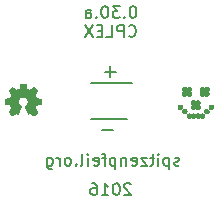
<source format=gbo>
G04 #@! TF.FileFunction,Legend,Bot*
%FSLAX46Y46*%
G04 Gerber Fmt 4.6, Leading zero omitted, Abs format (unit mm)*
G04 Created by KiCad (PCBNEW (2016-04-07 BZR 6673, Git 973786d)-product) date Fri 08 Apr 2016 06:49:24 PM CEST*
%MOMM*%
G01*
G04 APERTURE LIST*
%ADD10C,0.150000*%
%ADD11C,0.200000*%
%ADD12C,0.002540*%
%ADD13R,1.000000X0.250000*%
%ADD14C,2.000000*%
%ADD15R,1.498600X1.297940*%
G04 APERTURE END LIST*
D10*
D11*
X76653809Y-56457142D02*
X76701428Y-56504761D01*
X76844285Y-56552380D01*
X76939523Y-56552380D01*
X77082380Y-56504761D01*
X77177619Y-56409523D01*
X77225238Y-56314285D01*
X77272857Y-56123809D01*
X77272857Y-55980952D01*
X77225238Y-55790476D01*
X77177619Y-55695238D01*
X77082380Y-55600000D01*
X76939523Y-55552380D01*
X76844285Y-55552380D01*
X76701428Y-55600000D01*
X76653809Y-55647619D01*
X76225238Y-56552380D02*
X76225238Y-55552380D01*
X75844285Y-55552380D01*
X75749047Y-55600000D01*
X75701428Y-55647619D01*
X75653809Y-55742857D01*
X75653809Y-55885714D01*
X75701428Y-55980952D01*
X75749047Y-56028571D01*
X75844285Y-56076190D01*
X76225238Y-56076190D01*
X74749047Y-56552380D02*
X75225238Y-56552380D01*
X75225238Y-55552380D01*
X74415714Y-56028571D02*
X74082380Y-56028571D01*
X73939523Y-56552380D02*
X74415714Y-56552380D01*
X74415714Y-55552380D01*
X73939523Y-55552380D01*
X73606190Y-55552380D02*
X72939523Y-56552380D01*
X72939523Y-55552380D02*
X73606190Y-56552380D01*
X80915238Y-67404761D02*
X80820000Y-67452380D01*
X80629523Y-67452380D01*
X80534285Y-67404761D01*
X80486666Y-67309523D01*
X80486666Y-67261904D01*
X80534285Y-67166666D01*
X80629523Y-67119047D01*
X80772380Y-67119047D01*
X80867619Y-67071428D01*
X80915238Y-66976190D01*
X80915238Y-66928571D01*
X80867619Y-66833333D01*
X80772380Y-66785714D01*
X80629523Y-66785714D01*
X80534285Y-66833333D01*
X80058095Y-66785714D02*
X80058095Y-67785714D01*
X80058095Y-66833333D02*
X79962857Y-66785714D01*
X79772380Y-66785714D01*
X79677142Y-66833333D01*
X79629523Y-66880952D01*
X79581904Y-66976190D01*
X79581904Y-67261904D01*
X79629523Y-67357142D01*
X79677142Y-67404761D01*
X79772380Y-67452380D01*
X79962857Y-67452380D01*
X80058095Y-67404761D01*
X79153333Y-67452380D02*
X79153333Y-66785714D01*
X79153333Y-66452380D02*
X79200952Y-66500000D01*
X79153333Y-66547619D01*
X79105714Y-66500000D01*
X79153333Y-66452380D01*
X79153333Y-66547619D01*
X78820000Y-66785714D02*
X78439047Y-66785714D01*
X78677142Y-66452380D02*
X78677142Y-67309523D01*
X78629523Y-67404761D01*
X78534285Y-67452380D01*
X78439047Y-67452380D01*
X78200952Y-66785714D02*
X77677142Y-66785714D01*
X78200952Y-67452380D01*
X77677142Y-67452380D01*
X76915238Y-67404761D02*
X77010476Y-67452380D01*
X77200952Y-67452380D01*
X77296190Y-67404761D01*
X77343809Y-67309523D01*
X77343809Y-66928571D01*
X77296190Y-66833333D01*
X77200952Y-66785714D01*
X77010476Y-66785714D01*
X76915238Y-66833333D01*
X76867619Y-66928571D01*
X76867619Y-67023809D01*
X77343809Y-67119047D01*
X76439047Y-66785714D02*
X76439047Y-67452380D01*
X76439047Y-66880952D02*
X76391428Y-66833333D01*
X76296190Y-66785714D01*
X76153333Y-66785714D01*
X76058095Y-66833333D01*
X76010476Y-66928571D01*
X76010476Y-67452380D01*
X75534285Y-66785714D02*
X75534285Y-67785714D01*
X75534285Y-66833333D02*
X75439047Y-66785714D01*
X75248571Y-66785714D01*
X75153333Y-66833333D01*
X75105714Y-66880952D01*
X75058095Y-66976190D01*
X75058095Y-67261904D01*
X75105714Y-67357142D01*
X75153333Y-67404761D01*
X75248571Y-67452380D01*
X75439047Y-67452380D01*
X75534285Y-67404761D01*
X74772380Y-66785714D02*
X74391428Y-66785714D01*
X74629523Y-67452380D02*
X74629523Y-66595238D01*
X74581904Y-66500000D01*
X74486666Y-66452380D01*
X74391428Y-66452380D01*
X73677142Y-67404761D02*
X73772380Y-67452380D01*
X73962857Y-67452380D01*
X74058095Y-67404761D01*
X74105714Y-67309523D01*
X74105714Y-66928571D01*
X74058095Y-66833333D01*
X73962857Y-66785714D01*
X73772380Y-66785714D01*
X73677142Y-66833333D01*
X73629523Y-66928571D01*
X73629523Y-67023809D01*
X74105714Y-67119047D01*
X73200952Y-67452380D02*
X73200952Y-66785714D01*
X73200952Y-66452380D02*
X73248571Y-66500000D01*
X73200952Y-66547619D01*
X73153333Y-66500000D01*
X73200952Y-66452380D01*
X73200952Y-66547619D01*
X72581904Y-67452380D02*
X72677142Y-67404761D01*
X72724761Y-67309523D01*
X72724761Y-66452380D01*
X72200952Y-67357142D02*
X72153333Y-67404761D01*
X72200952Y-67452380D01*
X72248571Y-67404761D01*
X72200952Y-67357142D01*
X72200952Y-67452380D01*
X71581904Y-67452380D02*
X71677142Y-67404761D01*
X71724761Y-67357142D01*
X71772380Y-67261904D01*
X71772380Y-66976190D01*
X71724761Y-66880952D01*
X71677142Y-66833333D01*
X71581904Y-66785714D01*
X71439047Y-66785714D01*
X71343809Y-66833333D01*
X71296190Y-66880952D01*
X71248571Y-66976190D01*
X71248571Y-67261904D01*
X71296190Y-67357142D01*
X71343809Y-67404761D01*
X71439047Y-67452380D01*
X71581904Y-67452380D01*
X70820000Y-67452380D02*
X70820000Y-66785714D01*
X70820000Y-66976190D02*
X70772380Y-66880952D01*
X70724761Y-66833333D01*
X70629523Y-66785714D01*
X70534285Y-66785714D01*
X69772380Y-66785714D02*
X69772380Y-67595238D01*
X69820000Y-67690476D01*
X69867619Y-67738095D01*
X69962857Y-67785714D01*
X70105714Y-67785714D01*
X70200952Y-67738095D01*
X69772380Y-67404761D02*
X69867619Y-67452380D01*
X70058095Y-67452380D01*
X70153333Y-67404761D01*
X70200952Y-67357142D01*
X70248571Y-67261904D01*
X70248571Y-66976190D01*
X70200952Y-66880952D01*
X70153333Y-66833333D01*
X70058095Y-66785714D01*
X69867619Y-66785714D01*
X69772380Y-66833333D01*
X77058571Y-53952380D02*
X76963333Y-53952380D01*
X76868095Y-54000000D01*
X76820476Y-54047619D01*
X76772857Y-54142857D01*
X76725238Y-54333333D01*
X76725238Y-54571428D01*
X76772857Y-54761904D01*
X76820476Y-54857142D01*
X76868095Y-54904761D01*
X76963333Y-54952380D01*
X77058571Y-54952380D01*
X77153809Y-54904761D01*
X77201428Y-54857142D01*
X77249047Y-54761904D01*
X77296666Y-54571428D01*
X77296666Y-54333333D01*
X77249047Y-54142857D01*
X77201428Y-54047619D01*
X77153809Y-54000000D01*
X77058571Y-53952380D01*
X76296666Y-54857142D02*
X76249047Y-54904761D01*
X76296666Y-54952380D01*
X76344285Y-54904761D01*
X76296666Y-54857142D01*
X76296666Y-54952380D01*
X75915714Y-53952380D02*
X75296666Y-53952380D01*
X75630000Y-54333333D01*
X75487142Y-54333333D01*
X75391904Y-54380952D01*
X75344285Y-54428571D01*
X75296666Y-54523809D01*
X75296666Y-54761904D01*
X75344285Y-54857142D01*
X75391904Y-54904761D01*
X75487142Y-54952380D01*
X75772857Y-54952380D01*
X75868095Y-54904761D01*
X75915714Y-54857142D01*
X74677619Y-53952380D02*
X74582380Y-53952380D01*
X74487142Y-54000000D01*
X74439523Y-54047619D01*
X74391904Y-54142857D01*
X74344285Y-54333333D01*
X74344285Y-54571428D01*
X74391904Y-54761904D01*
X74439523Y-54857142D01*
X74487142Y-54904761D01*
X74582380Y-54952380D01*
X74677619Y-54952380D01*
X74772857Y-54904761D01*
X74820476Y-54857142D01*
X74868095Y-54761904D01*
X74915714Y-54571428D01*
X74915714Y-54333333D01*
X74868095Y-54142857D01*
X74820476Y-54047619D01*
X74772857Y-54000000D01*
X74677619Y-53952380D01*
X73915714Y-54857142D02*
X73868095Y-54904761D01*
X73915714Y-54952380D01*
X73963333Y-54904761D01*
X73915714Y-54857142D01*
X73915714Y-54952380D01*
X73010952Y-54952380D02*
X73010952Y-54428571D01*
X73058571Y-54333333D01*
X73153809Y-54285714D01*
X73344285Y-54285714D01*
X73439523Y-54333333D01*
X73010952Y-54904761D02*
X73106190Y-54952380D01*
X73344285Y-54952380D01*
X73439523Y-54904761D01*
X73487142Y-54809523D01*
X73487142Y-54714285D01*
X73439523Y-54619047D01*
X73344285Y-54571428D01*
X73106190Y-54571428D01*
X73010952Y-54523809D01*
X74402857Y-64484285D02*
X75317142Y-64484285D01*
X75557142Y-59495714D02*
X74642857Y-59495714D01*
X75100000Y-59952857D02*
X75100000Y-59038571D01*
X76844285Y-69047619D02*
X76796666Y-69000000D01*
X76701428Y-68952380D01*
X76463333Y-68952380D01*
X76368095Y-69000000D01*
X76320476Y-69047619D01*
X76272857Y-69142857D01*
X76272857Y-69238095D01*
X76320476Y-69380952D01*
X76891904Y-69952380D01*
X76272857Y-69952380D01*
X75653809Y-68952380D02*
X75558571Y-68952380D01*
X75463333Y-69000000D01*
X75415714Y-69047619D01*
X75368095Y-69142857D01*
X75320476Y-69333333D01*
X75320476Y-69571428D01*
X75368095Y-69761904D01*
X75415714Y-69857142D01*
X75463333Y-69904761D01*
X75558571Y-69952380D01*
X75653809Y-69952380D01*
X75749047Y-69904761D01*
X75796666Y-69857142D01*
X75844285Y-69761904D01*
X75891904Y-69571428D01*
X75891904Y-69333333D01*
X75844285Y-69142857D01*
X75796666Y-69047619D01*
X75749047Y-69000000D01*
X75653809Y-68952380D01*
X74368095Y-69952380D02*
X74939523Y-69952380D01*
X74653809Y-69952380D02*
X74653809Y-68952380D01*
X74749047Y-69095238D01*
X74844285Y-69190476D01*
X74939523Y-69238095D01*
X73510952Y-68952380D02*
X73701428Y-68952380D01*
X73796666Y-69000000D01*
X73844285Y-69047619D01*
X73939523Y-69190476D01*
X73987142Y-69380952D01*
X73987142Y-69761904D01*
X73939523Y-69857142D01*
X73891904Y-69904761D01*
X73796666Y-69952380D01*
X73606190Y-69952380D01*
X73510952Y-69904761D01*
X73463333Y-69857142D01*
X73415714Y-69761904D01*
X73415714Y-69523809D01*
X73463333Y-69428571D01*
X73510952Y-69380952D01*
X73606190Y-69333333D01*
X73796666Y-69333333D01*
X73891904Y-69380952D01*
X73939523Y-69428571D01*
X73987142Y-69523809D01*
X73500000Y-63500000D02*
X76500000Y-63500000D01*
X73500000Y-60500000D02*
X76900000Y-60500000D01*
D12*
G36*
X66790680Y-63216200D02*
X66808460Y-63208580D01*
X66841480Y-63185720D01*
X66892280Y-63152700D01*
X66950700Y-63114600D01*
X67011660Y-63073960D01*
X67059920Y-63040940D01*
X67095480Y-63018080D01*
X67108180Y-63010460D01*
X67115800Y-63013000D01*
X67143740Y-63028240D01*
X67184380Y-63048560D01*
X67209780Y-63061260D01*
X67247880Y-63076500D01*
X67265660Y-63081580D01*
X67268200Y-63076500D01*
X67283440Y-63046020D01*
X67303760Y-62997760D01*
X67331700Y-62931720D01*
X67364720Y-62855520D01*
X67400280Y-62774240D01*
X67433300Y-62690420D01*
X67466320Y-62611680D01*
X67496800Y-62538020D01*
X67519660Y-62479600D01*
X67534900Y-62438960D01*
X67542520Y-62421180D01*
X67539980Y-62418640D01*
X67522200Y-62400860D01*
X67489180Y-62375460D01*
X67418060Y-62317040D01*
X67346940Y-62230680D01*
X67303760Y-62131620D01*
X67291060Y-62019860D01*
X67301220Y-61918260D01*
X67341860Y-61821740D01*
X67410440Y-61732840D01*
X67494260Y-61666800D01*
X67590780Y-61626160D01*
X67700000Y-61613460D01*
X67804140Y-61623620D01*
X67903200Y-61664260D01*
X67992100Y-61730300D01*
X68030200Y-61773480D01*
X68081000Y-61864920D01*
X68111480Y-61958900D01*
X68114020Y-61981760D01*
X68108940Y-62088440D01*
X68078460Y-62190040D01*
X68022580Y-62278940D01*
X67946380Y-62352600D01*
X67936220Y-62360220D01*
X67900660Y-62388160D01*
X67875260Y-62405940D01*
X67857480Y-62421180D01*
X67992100Y-62743760D01*
X68012420Y-62794560D01*
X68050520Y-62883460D01*
X68081000Y-62959660D01*
X68108940Y-63020620D01*
X68126720Y-63061260D01*
X68134340Y-63076500D01*
X68134340Y-63076500D01*
X68147040Y-63079040D01*
X68169900Y-63071420D01*
X68215620Y-63048560D01*
X68246100Y-63033320D01*
X68279120Y-63018080D01*
X68294360Y-63010460D01*
X68309600Y-63018080D01*
X68342620Y-63038400D01*
X68388340Y-63071420D01*
X68446760Y-63109520D01*
X68502640Y-63147620D01*
X68553440Y-63180640D01*
X68589000Y-63206040D01*
X68606780Y-63213660D01*
X68609320Y-63213660D01*
X68627100Y-63206040D01*
X68655040Y-63180640D01*
X68698220Y-63140000D01*
X68761720Y-63079040D01*
X68771880Y-63068880D01*
X68822680Y-63018080D01*
X68863320Y-62972360D01*
X68891260Y-62941880D01*
X68901420Y-62929180D01*
X68901420Y-62929180D01*
X68891260Y-62911400D01*
X68868400Y-62873300D01*
X68835380Y-62822500D01*
X68794740Y-62761540D01*
X68688060Y-62606600D01*
X68746480Y-62461820D01*
X68764260Y-62416100D01*
X68787120Y-62360220D01*
X68804900Y-62322120D01*
X68812520Y-62304340D01*
X68830300Y-62299260D01*
X68868400Y-62289100D01*
X68926820Y-62278940D01*
X68997940Y-62266240D01*
X69063980Y-62253540D01*
X69122400Y-62240840D01*
X69165580Y-62233220D01*
X69185900Y-62230680D01*
X69190980Y-62225600D01*
X69193520Y-62217980D01*
X69196060Y-62197660D01*
X69198600Y-62159560D01*
X69198600Y-62103680D01*
X69198600Y-62019860D01*
X69198600Y-62012240D01*
X69198600Y-61933500D01*
X69196060Y-61870000D01*
X69193520Y-61831900D01*
X69190980Y-61814120D01*
X69190980Y-61814120D01*
X69173200Y-61809040D01*
X69130020Y-61801420D01*
X69071600Y-61788720D01*
X69000480Y-61776020D01*
X68995400Y-61776020D01*
X68924280Y-61760780D01*
X68865860Y-61748080D01*
X68822680Y-61740460D01*
X68804900Y-61732840D01*
X68802360Y-61727760D01*
X68787120Y-61699820D01*
X68766800Y-61656640D01*
X68743940Y-61603300D01*
X68721080Y-61547420D01*
X68700760Y-61496620D01*
X68688060Y-61461060D01*
X68682980Y-61443280D01*
X68682980Y-61443280D01*
X68693140Y-61425500D01*
X68718540Y-61389940D01*
X68754100Y-61339140D01*
X68794740Y-61278180D01*
X68797280Y-61273100D01*
X68837920Y-61212140D01*
X68870940Y-61161340D01*
X68893800Y-61125780D01*
X68901420Y-61110540D01*
X68901420Y-61108000D01*
X68888720Y-61090220D01*
X68858240Y-61057200D01*
X68812520Y-61011480D01*
X68761720Y-60958140D01*
X68743940Y-60942900D01*
X68685520Y-60884480D01*
X68644880Y-60848920D01*
X68619480Y-60828600D01*
X68609320Y-60823520D01*
X68606780Y-60823520D01*
X68589000Y-60833680D01*
X68550900Y-60859080D01*
X68500100Y-60894640D01*
X68439140Y-60935280D01*
X68436600Y-60937820D01*
X68375640Y-60978460D01*
X68324840Y-61014020D01*
X68289280Y-61036880D01*
X68274040Y-61044500D01*
X68271500Y-61044500D01*
X68248640Y-61039420D01*
X68205460Y-61024180D01*
X68152120Y-61003860D01*
X68096240Y-60981000D01*
X68045440Y-60960680D01*
X68009880Y-60942900D01*
X67992100Y-60932740D01*
X67989560Y-60932740D01*
X67984480Y-60909880D01*
X67974320Y-60864160D01*
X67961620Y-60803200D01*
X67946380Y-60729540D01*
X67943840Y-60719380D01*
X67931140Y-60645720D01*
X67920980Y-60587300D01*
X67910820Y-60546660D01*
X67908280Y-60528880D01*
X67898120Y-60528880D01*
X67862560Y-60526340D01*
X67809220Y-60523800D01*
X67743180Y-60523800D01*
X67677140Y-60523800D01*
X67611100Y-60523800D01*
X67555220Y-60526340D01*
X67514580Y-60528880D01*
X67496800Y-60533960D01*
X67496800Y-60533960D01*
X67491720Y-60556820D01*
X67481560Y-60600000D01*
X67468860Y-60663500D01*
X67453620Y-60737160D01*
X67451080Y-60749860D01*
X67438380Y-60820980D01*
X67425680Y-60879400D01*
X67418060Y-60920040D01*
X67412980Y-60935280D01*
X67407900Y-60937820D01*
X67377420Y-60953060D01*
X67329160Y-60970840D01*
X67270740Y-60996240D01*
X67133580Y-61052120D01*
X66965940Y-60935280D01*
X66950700Y-60925120D01*
X66889740Y-60884480D01*
X66838940Y-60851460D01*
X66803380Y-60828600D01*
X66790680Y-60820980D01*
X66788140Y-60820980D01*
X66772900Y-60836220D01*
X66739880Y-60866700D01*
X66694160Y-60912420D01*
X66640820Y-60963220D01*
X66600180Y-61003860D01*
X66554460Y-61049580D01*
X66526520Y-61082600D01*
X66508740Y-61102920D01*
X66503660Y-61115620D01*
X66506200Y-61123240D01*
X66516360Y-61141020D01*
X66541760Y-61176580D01*
X66574780Y-61229920D01*
X66615420Y-61288340D01*
X66650980Y-61339140D01*
X66686540Y-61395020D01*
X66709400Y-61435660D01*
X66719560Y-61453440D01*
X66717020Y-61463600D01*
X66704320Y-61496620D01*
X66684000Y-61544880D01*
X66658600Y-61605840D01*
X66600180Y-61737920D01*
X66513820Y-61755700D01*
X66460480Y-61765860D01*
X66386820Y-61778560D01*
X66315700Y-61793800D01*
X66203940Y-61814120D01*
X66201400Y-62217980D01*
X66219180Y-62225600D01*
X66234420Y-62230680D01*
X66275060Y-62240840D01*
X66333480Y-62251000D01*
X66402060Y-62263700D01*
X66463020Y-62276400D01*
X66521440Y-62286560D01*
X66564620Y-62294180D01*
X66582400Y-62299260D01*
X66587480Y-62304340D01*
X66602720Y-62334820D01*
X66623040Y-62380540D01*
X66645900Y-62433880D01*
X66671300Y-62492300D01*
X66691620Y-62543100D01*
X66706860Y-62583740D01*
X66711940Y-62604060D01*
X66704320Y-62619300D01*
X66681460Y-62654860D01*
X66648440Y-62705660D01*
X66607800Y-62764080D01*
X66567160Y-62822500D01*
X66534140Y-62873300D01*
X66508740Y-62908860D01*
X66501120Y-62926640D01*
X66506200Y-62936800D01*
X66529060Y-62964740D01*
X66572240Y-63010460D01*
X66638280Y-63076500D01*
X66650980Y-63086660D01*
X66701780Y-63137460D01*
X66747500Y-63178100D01*
X66777980Y-63206040D01*
X66790680Y-63216200D01*
X66790680Y-63216200D01*
G37*
X66790680Y-63216200D02*
X66808460Y-63208580D01*
X66841480Y-63185720D01*
X66892280Y-63152700D01*
X66950700Y-63114600D01*
X67011660Y-63073960D01*
X67059920Y-63040940D01*
X67095480Y-63018080D01*
X67108180Y-63010460D01*
X67115800Y-63013000D01*
X67143740Y-63028240D01*
X67184380Y-63048560D01*
X67209780Y-63061260D01*
X67247880Y-63076500D01*
X67265660Y-63081580D01*
X67268200Y-63076500D01*
X67283440Y-63046020D01*
X67303760Y-62997760D01*
X67331700Y-62931720D01*
X67364720Y-62855520D01*
X67400280Y-62774240D01*
X67433300Y-62690420D01*
X67466320Y-62611680D01*
X67496800Y-62538020D01*
X67519660Y-62479600D01*
X67534900Y-62438960D01*
X67542520Y-62421180D01*
X67539980Y-62418640D01*
X67522200Y-62400860D01*
X67489180Y-62375460D01*
X67418060Y-62317040D01*
X67346940Y-62230680D01*
X67303760Y-62131620D01*
X67291060Y-62019860D01*
X67301220Y-61918260D01*
X67341860Y-61821740D01*
X67410440Y-61732840D01*
X67494260Y-61666800D01*
X67590780Y-61626160D01*
X67700000Y-61613460D01*
X67804140Y-61623620D01*
X67903200Y-61664260D01*
X67992100Y-61730300D01*
X68030200Y-61773480D01*
X68081000Y-61864920D01*
X68111480Y-61958900D01*
X68114020Y-61981760D01*
X68108940Y-62088440D01*
X68078460Y-62190040D01*
X68022580Y-62278940D01*
X67946380Y-62352600D01*
X67936220Y-62360220D01*
X67900660Y-62388160D01*
X67875260Y-62405940D01*
X67857480Y-62421180D01*
X67992100Y-62743760D01*
X68012420Y-62794560D01*
X68050520Y-62883460D01*
X68081000Y-62959660D01*
X68108940Y-63020620D01*
X68126720Y-63061260D01*
X68134340Y-63076500D01*
X68134340Y-63076500D01*
X68147040Y-63079040D01*
X68169900Y-63071420D01*
X68215620Y-63048560D01*
X68246100Y-63033320D01*
X68279120Y-63018080D01*
X68294360Y-63010460D01*
X68309600Y-63018080D01*
X68342620Y-63038400D01*
X68388340Y-63071420D01*
X68446760Y-63109520D01*
X68502640Y-63147620D01*
X68553440Y-63180640D01*
X68589000Y-63206040D01*
X68606780Y-63213660D01*
X68609320Y-63213660D01*
X68627100Y-63206040D01*
X68655040Y-63180640D01*
X68698220Y-63140000D01*
X68761720Y-63079040D01*
X68771880Y-63068880D01*
X68822680Y-63018080D01*
X68863320Y-62972360D01*
X68891260Y-62941880D01*
X68901420Y-62929180D01*
X68901420Y-62929180D01*
X68891260Y-62911400D01*
X68868400Y-62873300D01*
X68835380Y-62822500D01*
X68794740Y-62761540D01*
X68688060Y-62606600D01*
X68746480Y-62461820D01*
X68764260Y-62416100D01*
X68787120Y-62360220D01*
X68804900Y-62322120D01*
X68812520Y-62304340D01*
X68830300Y-62299260D01*
X68868400Y-62289100D01*
X68926820Y-62278940D01*
X68997940Y-62266240D01*
X69063980Y-62253540D01*
X69122400Y-62240840D01*
X69165580Y-62233220D01*
X69185900Y-62230680D01*
X69190980Y-62225600D01*
X69193520Y-62217980D01*
X69196060Y-62197660D01*
X69198600Y-62159560D01*
X69198600Y-62103680D01*
X69198600Y-62019860D01*
X69198600Y-62012240D01*
X69198600Y-61933500D01*
X69196060Y-61870000D01*
X69193520Y-61831900D01*
X69190980Y-61814120D01*
X69190980Y-61814120D01*
X69173200Y-61809040D01*
X69130020Y-61801420D01*
X69071600Y-61788720D01*
X69000480Y-61776020D01*
X68995400Y-61776020D01*
X68924280Y-61760780D01*
X68865860Y-61748080D01*
X68822680Y-61740460D01*
X68804900Y-61732840D01*
X68802360Y-61727760D01*
X68787120Y-61699820D01*
X68766800Y-61656640D01*
X68743940Y-61603300D01*
X68721080Y-61547420D01*
X68700760Y-61496620D01*
X68688060Y-61461060D01*
X68682980Y-61443280D01*
X68682980Y-61443280D01*
X68693140Y-61425500D01*
X68718540Y-61389940D01*
X68754100Y-61339140D01*
X68794740Y-61278180D01*
X68797280Y-61273100D01*
X68837920Y-61212140D01*
X68870940Y-61161340D01*
X68893800Y-61125780D01*
X68901420Y-61110540D01*
X68901420Y-61108000D01*
X68888720Y-61090220D01*
X68858240Y-61057200D01*
X68812520Y-61011480D01*
X68761720Y-60958140D01*
X68743940Y-60942900D01*
X68685520Y-60884480D01*
X68644880Y-60848920D01*
X68619480Y-60828600D01*
X68609320Y-60823520D01*
X68606780Y-60823520D01*
X68589000Y-60833680D01*
X68550900Y-60859080D01*
X68500100Y-60894640D01*
X68439140Y-60935280D01*
X68436600Y-60937820D01*
X68375640Y-60978460D01*
X68324840Y-61014020D01*
X68289280Y-61036880D01*
X68274040Y-61044500D01*
X68271500Y-61044500D01*
X68248640Y-61039420D01*
X68205460Y-61024180D01*
X68152120Y-61003860D01*
X68096240Y-60981000D01*
X68045440Y-60960680D01*
X68009880Y-60942900D01*
X67992100Y-60932740D01*
X67989560Y-60932740D01*
X67984480Y-60909880D01*
X67974320Y-60864160D01*
X67961620Y-60803200D01*
X67946380Y-60729540D01*
X67943840Y-60719380D01*
X67931140Y-60645720D01*
X67920980Y-60587300D01*
X67910820Y-60546660D01*
X67908280Y-60528880D01*
X67898120Y-60528880D01*
X67862560Y-60526340D01*
X67809220Y-60523800D01*
X67743180Y-60523800D01*
X67677140Y-60523800D01*
X67611100Y-60523800D01*
X67555220Y-60526340D01*
X67514580Y-60528880D01*
X67496800Y-60533960D01*
X67496800Y-60533960D01*
X67491720Y-60556820D01*
X67481560Y-60600000D01*
X67468860Y-60663500D01*
X67453620Y-60737160D01*
X67451080Y-60749860D01*
X67438380Y-60820980D01*
X67425680Y-60879400D01*
X67418060Y-60920040D01*
X67412980Y-60935280D01*
X67407900Y-60937820D01*
X67377420Y-60953060D01*
X67329160Y-60970840D01*
X67270740Y-60996240D01*
X67133580Y-61052120D01*
X66965940Y-60935280D01*
X66950700Y-60925120D01*
X66889740Y-60884480D01*
X66838940Y-60851460D01*
X66803380Y-60828600D01*
X66790680Y-60820980D01*
X66788140Y-60820980D01*
X66772900Y-60836220D01*
X66739880Y-60866700D01*
X66694160Y-60912420D01*
X66640820Y-60963220D01*
X66600180Y-61003860D01*
X66554460Y-61049580D01*
X66526520Y-61082600D01*
X66508740Y-61102920D01*
X66503660Y-61115620D01*
X66506200Y-61123240D01*
X66516360Y-61141020D01*
X66541760Y-61176580D01*
X66574780Y-61229920D01*
X66615420Y-61288340D01*
X66650980Y-61339140D01*
X66686540Y-61395020D01*
X66709400Y-61435660D01*
X66719560Y-61453440D01*
X66717020Y-61463600D01*
X66704320Y-61496620D01*
X66684000Y-61544880D01*
X66658600Y-61605840D01*
X66600180Y-61737920D01*
X66513820Y-61755700D01*
X66460480Y-61765860D01*
X66386820Y-61778560D01*
X66315700Y-61793800D01*
X66203940Y-61814120D01*
X66201400Y-62217980D01*
X66219180Y-62225600D01*
X66234420Y-62230680D01*
X66275060Y-62240840D01*
X66333480Y-62251000D01*
X66402060Y-62263700D01*
X66463020Y-62276400D01*
X66521440Y-62286560D01*
X66564620Y-62294180D01*
X66582400Y-62299260D01*
X66587480Y-62304340D01*
X66602720Y-62334820D01*
X66623040Y-62380540D01*
X66645900Y-62433880D01*
X66671300Y-62492300D01*
X66691620Y-62543100D01*
X66706860Y-62583740D01*
X66711940Y-62604060D01*
X66704320Y-62619300D01*
X66681460Y-62654860D01*
X66648440Y-62705660D01*
X66607800Y-62764080D01*
X66567160Y-62822500D01*
X66534140Y-62873300D01*
X66508740Y-62908860D01*
X66501120Y-62926640D01*
X66506200Y-62936800D01*
X66529060Y-62964740D01*
X66572240Y-63010460D01*
X66638280Y-63076500D01*
X66650980Y-63086660D01*
X66701780Y-63137460D01*
X66747500Y-63178100D01*
X66777980Y-63206040D01*
X66790680Y-63216200D01*
G36*
X82866420Y-63420640D02*
X82904520Y-63415560D01*
X82937540Y-63405400D01*
X82952780Y-63397780D01*
X82985800Y-63374920D01*
X83011200Y-63346980D01*
X83028980Y-63316500D01*
X83041680Y-63280940D01*
X83049300Y-63245380D01*
X83046760Y-63207280D01*
X83039140Y-63171720D01*
X83021360Y-63136160D01*
X83011200Y-63120920D01*
X82995960Y-63103140D01*
X82978180Y-63087900D01*
X82962940Y-63075200D01*
X82957860Y-63072660D01*
X82924840Y-63057420D01*
X82891820Y-63049800D01*
X82853720Y-63047260D01*
X82841020Y-63047260D01*
X82820700Y-63049800D01*
X82802920Y-63054880D01*
X82782600Y-63065040D01*
X82759740Y-63075200D01*
X82729260Y-63100600D01*
X82706400Y-63131080D01*
X82686080Y-63164100D01*
X82681000Y-63179340D01*
X82675920Y-63199660D01*
X82673380Y-63212360D01*
X82673380Y-63214900D01*
X82673380Y-63214900D01*
X82673380Y-63207280D01*
X82673380Y-63207280D01*
X82665760Y-63181880D01*
X82658140Y-63159020D01*
X82645440Y-63136160D01*
X82625120Y-63108220D01*
X82597180Y-63082820D01*
X82564160Y-63062500D01*
X82526060Y-63049800D01*
X82487960Y-63047260D01*
X82477800Y-63047260D01*
X82447320Y-63049800D01*
X82419380Y-63057420D01*
X82414300Y-63059960D01*
X82381280Y-63077740D01*
X82353340Y-63100600D01*
X82330480Y-63131080D01*
X82312700Y-63161560D01*
X82302540Y-63194580D01*
X82302540Y-63197120D01*
X82300000Y-63204740D01*
X82300000Y-63209820D01*
X82300000Y-63209820D01*
X82300000Y-63204740D01*
X82297460Y-63194580D01*
X82297460Y-63192040D01*
X82284760Y-63159020D01*
X82266980Y-63126000D01*
X82244120Y-63098060D01*
X82221260Y-63080280D01*
X82188240Y-63062500D01*
X82152680Y-63049800D01*
X82112040Y-63047260D01*
X82084100Y-63049800D01*
X82048540Y-63057420D01*
X82012980Y-63075200D01*
X81982500Y-63098060D01*
X81959640Y-63128540D01*
X81954560Y-63133620D01*
X81946940Y-63146320D01*
X81941860Y-63159020D01*
X81939320Y-63166640D01*
X81931700Y-63184420D01*
X81929160Y-63199660D01*
X81926620Y-63212360D01*
X81926620Y-63214900D01*
X81926620Y-63214900D01*
X81924080Y-63207280D01*
X81921540Y-63186960D01*
X81911380Y-63161560D01*
X81901220Y-63138700D01*
X81878360Y-63108220D01*
X81847880Y-63082820D01*
X81814860Y-63062500D01*
X81779300Y-63049800D01*
X81741200Y-63047260D01*
X81705640Y-63049800D01*
X81667540Y-63059960D01*
X81634520Y-63077740D01*
X81604040Y-63103140D01*
X81588800Y-63120920D01*
X81576100Y-63141240D01*
X81563400Y-63164100D01*
X81558320Y-63184420D01*
X81550700Y-63222520D01*
X81553240Y-63258080D01*
X81560860Y-63293640D01*
X81576100Y-63326660D01*
X81596420Y-63354600D01*
X81621820Y-63380000D01*
X81652300Y-63400320D01*
X81685320Y-63413020D01*
X81723420Y-63420640D01*
X81728500Y-63420640D01*
X81766600Y-63420640D01*
X81802160Y-63410480D01*
X81835180Y-63395240D01*
X81847880Y-63385080D01*
X81873280Y-63364760D01*
X81896140Y-63336820D01*
X81911380Y-63308880D01*
X81913920Y-63298720D01*
X81919000Y-63283480D01*
X81924080Y-63265700D01*
X81926620Y-63253000D01*
X81926620Y-63245380D01*
X81926620Y-63253000D01*
X81926620Y-63260620D01*
X81931700Y-63275860D01*
X81936780Y-63296180D01*
X81941860Y-63311420D01*
X81952020Y-63329200D01*
X81974880Y-63359680D01*
X82002820Y-63385080D01*
X82035840Y-63405400D01*
X82073940Y-63418100D01*
X82079020Y-63418100D01*
X82104420Y-63420640D01*
X82132360Y-63420640D01*
X82157760Y-63415560D01*
X82183160Y-63407940D01*
X82216180Y-63390160D01*
X82249200Y-63364760D01*
X82249200Y-63362220D01*
X82272060Y-63336820D01*
X82287300Y-63303800D01*
X82297460Y-63273320D01*
X82297460Y-63270780D01*
X82300000Y-63263160D01*
X82300000Y-63258080D01*
X82300000Y-63260620D01*
X82302540Y-63268240D01*
X82302540Y-63270780D01*
X82307620Y-63291100D01*
X82315240Y-63311420D01*
X82327940Y-63331740D01*
X82343180Y-63354600D01*
X82371120Y-63382540D01*
X82404140Y-63402860D01*
X82442240Y-63415560D01*
X82447320Y-63418100D01*
X82472720Y-63420640D01*
X82500660Y-63420640D01*
X82526060Y-63418100D01*
X82546380Y-63410480D01*
X82581940Y-63395240D01*
X82612420Y-63372380D01*
X82637820Y-63344440D01*
X82658140Y-63311420D01*
X82660680Y-63301260D01*
X82668300Y-63283480D01*
X82670840Y-63265700D01*
X82673380Y-63253000D01*
X82673380Y-63253000D01*
X82673380Y-63253000D01*
X82675920Y-63260620D01*
X82675920Y-63260620D01*
X82681000Y-63283480D01*
X82691160Y-63308880D01*
X82701320Y-63331740D01*
X82706400Y-63339360D01*
X82729260Y-63367300D01*
X82759740Y-63390160D01*
X82792760Y-63407940D01*
X82828320Y-63418100D01*
X82866420Y-63420640D01*
X82866420Y-63420640D01*
G37*
X82866420Y-63420640D02*
X82904520Y-63415560D01*
X82937540Y-63405400D01*
X82952780Y-63397780D01*
X82985800Y-63374920D01*
X83011200Y-63346980D01*
X83028980Y-63316500D01*
X83041680Y-63280940D01*
X83049300Y-63245380D01*
X83046760Y-63207280D01*
X83039140Y-63171720D01*
X83021360Y-63136160D01*
X83011200Y-63120920D01*
X82995960Y-63103140D01*
X82978180Y-63087900D01*
X82962940Y-63075200D01*
X82957860Y-63072660D01*
X82924840Y-63057420D01*
X82891820Y-63049800D01*
X82853720Y-63047260D01*
X82841020Y-63047260D01*
X82820700Y-63049800D01*
X82802920Y-63054880D01*
X82782600Y-63065040D01*
X82759740Y-63075200D01*
X82729260Y-63100600D01*
X82706400Y-63131080D01*
X82686080Y-63164100D01*
X82681000Y-63179340D01*
X82675920Y-63199660D01*
X82673380Y-63212360D01*
X82673380Y-63214900D01*
X82673380Y-63214900D01*
X82673380Y-63207280D01*
X82673380Y-63207280D01*
X82665760Y-63181880D01*
X82658140Y-63159020D01*
X82645440Y-63136160D01*
X82625120Y-63108220D01*
X82597180Y-63082820D01*
X82564160Y-63062500D01*
X82526060Y-63049800D01*
X82487960Y-63047260D01*
X82477800Y-63047260D01*
X82447320Y-63049800D01*
X82419380Y-63057420D01*
X82414300Y-63059960D01*
X82381280Y-63077740D01*
X82353340Y-63100600D01*
X82330480Y-63131080D01*
X82312700Y-63161560D01*
X82302540Y-63194580D01*
X82302540Y-63197120D01*
X82300000Y-63204740D01*
X82300000Y-63209820D01*
X82300000Y-63209820D01*
X82300000Y-63204740D01*
X82297460Y-63194580D01*
X82297460Y-63192040D01*
X82284760Y-63159020D01*
X82266980Y-63126000D01*
X82244120Y-63098060D01*
X82221260Y-63080280D01*
X82188240Y-63062500D01*
X82152680Y-63049800D01*
X82112040Y-63047260D01*
X82084100Y-63049800D01*
X82048540Y-63057420D01*
X82012980Y-63075200D01*
X81982500Y-63098060D01*
X81959640Y-63128540D01*
X81954560Y-63133620D01*
X81946940Y-63146320D01*
X81941860Y-63159020D01*
X81939320Y-63166640D01*
X81931700Y-63184420D01*
X81929160Y-63199660D01*
X81926620Y-63212360D01*
X81926620Y-63214900D01*
X81926620Y-63214900D01*
X81924080Y-63207280D01*
X81921540Y-63186960D01*
X81911380Y-63161560D01*
X81901220Y-63138700D01*
X81878360Y-63108220D01*
X81847880Y-63082820D01*
X81814860Y-63062500D01*
X81779300Y-63049800D01*
X81741200Y-63047260D01*
X81705640Y-63049800D01*
X81667540Y-63059960D01*
X81634520Y-63077740D01*
X81604040Y-63103140D01*
X81588800Y-63120920D01*
X81576100Y-63141240D01*
X81563400Y-63164100D01*
X81558320Y-63184420D01*
X81550700Y-63222520D01*
X81553240Y-63258080D01*
X81560860Y-63293640D01*
X81576100Y-63326660D01*
X81596420Y-63354600D01*
X81621820Y-63380000D01*
X81652300Y-63400320D01*
X81685320Y-63413020D01*
X81723420Y-63420640D01*
X81728500Y-63420640D01*
X81766600Y-63420640D01*
X81802160Y-63410480D01*
X81835180Y-63395240D01*
X81847880Y-63385080D01*
X81873280Y-63364760D01*
X81896140Y-63336820D01*
X81911380Y-63308880D01*
X81913920Y-63298720D01*
X81919000Y-63283480D01*
X81924080Y-63265700D01*
X81926620Y-63253000D01*
X81926620Y-63245380D01*
X81926620Y-63253000D01*
X81926620Y-63260620D01*
X81931700Y-63275860D01*
X81936780Y-63296180D01*
X81941860Y-63311420D01*
X81952020Y-63329200D01*
X81974880Y-63359680D01*
X82002820Y-63385080D01*
X82035840Y-63405400D01*
X82073940Y-63418100D01*
X82079020Y-63418100D01*
X82104420Y-63420640D01*
X82132360Y-63420640D01*
X82157760Y-63415560D01*
X82183160Y-63407940D01*
X82216180Y-63390160D01*
X82249200Y-63364760D01*
X82249200Y-63362220D01*
X82272060Y-63336820D01*
X82287300Y-63303800D01*
X82297460Y-63273320D01*
X82297460Y-63270780D01*
X82300000Y-63263160D01*
X82300000Y-63258080D01*
X82300000Y-63260620D01*
X82302540Y-63268240D01*
X82302540Y-63270780D01*
X82307620Y-63291100D01*
X82315240Y-63311420D01*
X82327940Y-63331740D01*
X82343180Y-63354600D01*
X82371120Y-63382540D01*
X82404140Y-63402860D01*
X82442240Y-63415560D01*
X82447320Y-63418100D01*
X82472720Y-63420640D01*
X82500660Y-63420640D01*
X82526060Y-63418100D01*
X82546380Y-63410480D01*
X82581940Y-63395240D01*
X82612420Y-63372380D01*
X82637820Y-63344440D01*
X82658140Y-63311420D01*
X82660680Y-63301260D01*
X82668300Y-63283480D01*
X82670840Y-63265700D01*
X82673380Y-63253000D01*
X82673380Y-63253000D01*
X82673380Y-63253000D01*
X82675920Y-63260620D01*
X82675920Y-63260620D01*
X82681000Y-63283480D01*
X82691160Y-63308880D01*
X82701320Y-63331740D01*
X82706400Y-63339360D01*
X82729260Y-63367300D01*
X82759740Y-63390160D01*
X82792760Y-63407940D01*
X82828320Y-63418100D01*
X82866420Y-63420640D01*
G36*
X81352580Y-63047260D02*
X81375440Y-63044720D01*
X81395760Y-63044720D01*
X81421160Y-63037100D01*
X81456720Y-63021860D01*
X81487200Y-62999000D01*
X81512600Y-62971060D01*
X81532920Y-62938040D01*
X81545620Y-62902480D01*
X81550700Y-62864380D01*
X81548160Y-62826280D01*
X81538000Y-62790720D01*
X81522760Y-62757700D01*
X81497360Y-62727220D01*
X81466880Y-62701820D01*
X81459260Y-62696740D01*
X81421160Y-62681500D01*
X81385600Y-62671340D01*
X81344960Y-62671340D01*
X81306860Y-62678960D01*
X81276380Y-62691660D01*
X81243360Y-62714520D01*
X81217960Y-62742460D01*
X81195100Y-62775480D01*
X81182400Y-62813580D01*
X81177320Y-62831360D01*
X81177320Y-62856760D01*
X81177320Y-62879620D01*
X81179860Y-62899940D01*
X81182400Y-62907560D01*
X81197640Y-62945660D01*
X81217960Y-62978680D01*
X81248440Y-63006620D01*
X81281460Y-63026940D01*
X81296700Y-63034560D01*
X81319560Y-63042180D01*
X81339880Y-63044720D01*
X81352580Y-63047260D01*
X81352580Y-63047260D01*
G37*
X81352580Y-63047260D02*
X81375440Y-63044720D01*
X81395760Y-63044720D01*
X81421160Y-63037100D01*
X81456720Y-63021860D01*
X81487200Y-62999000D01*
X81512600Y-62971060D01*
X81532920Y-62938040D01*
X81545620Y-62902480D01*
X81550700Y-62864380D01*
X81548160Y-62826280D01*
X81538000Y-62790720D01*
X81522760Y-62757700D01*
X81497360Y-62727220D01*
X81466880Y-62701820D01*
X81459260Y-62696740D01*
X81421160Y-62681500D01*
X81385600Y-62671340D01*
X81344960Y-62671340D01*
X81306860Y-62678960D01*
X81276380Y-62691660D01*
X81243360Y-62714520D01*
X81217960Y-62742460D01*
X81195100Y-62775480D01*
X81182400Y-62813580D01*
X81177320Y-62831360D01*
X81177320Y-62856760D01*
X81177320Y-62879620D01*
X81179860Y-62899940D01*
X81182400Y-62907560D01*
X81197640Y-62945660D01*
X81217960Y-62978680D01*
X81248440Y-63006620D01*
X81281460Y-63026940D01*
X81296700Y-63034560D01*
X81319560Y-63042180D01*
X81339880Y-63044720D01*
X81352580Y-63047260D01*
G36*
X83239800Y-63047260D02*
X83277900Y-63042180D01*
X83316000Y-63029480D01*
X83351560Y-63006620D01*
X83359180Y-63001540D01*
X83384580Y-62973600D01*
X83404900Y-62940580D01*
X83417600Y-62905020D01*
X83422680Y-62884700D01*
X83422680Y-62861840D01*
X83422680Y-62836440D01*
X83420140Y-62818660D01*
X83417600Y-62808500D01*
X83402360Y-62770400D01*
X83382040Y-62739920D01*
X83354100Y-62711980D01*
X83321080Y-62691660D01*
X83285520Y-62678960D01*
X83247420Y-62671340D01*
X83232180Y-62671340D01*
X83194080Y-62676420D01*
X83158520Y-62686580D01*
X83128040Y-62706900D01*
X83100100Y-62729760D01*
X83077240Y-62760240D01*
X83062000Y-62793260D01*
X83051840Y-62828820D01*
X83049300Y-62866920D01*
X83051840Y-62889780D01*
X83056920Y-62910100D01*
X83064540Y-62932960D01*
X83079780Y-62960900D01*
X83102640Y-62991380D01*
X83133120Y-63014240D01*
X83166140Y-63032020D01*
X83201700Y-63042180D01*
X83239800Y-63047260D01*
X83239800Y-63047260D01*
G37*
X83239800Y-63047260D02*
X83277900Y-63042180D01*
X83316000Y-63029480D01*
X83351560Y-63006620D01*
X83359180Y-63001540D01*
X83384580Y-62973600D01*
X83404900Y-62940580D01*
X83417600Y-62905020D01*
X83422680Y-62884700D01*
X83422680Y-62861840D01*
X83422680Y-62836440D01*
X83420140Y-62818660D01*
X83417600Y-62808500D01*
X83402360Y-62770400D01*
X83382040Y-62739920D01*
X83354100Y-62711980D01*
X83321080Y-62691660D01*
X83285520Y-62678960D01*
X83247420Y-62671340D01*
X83232180Y-62671340D01*
X83194080Y-62676420D01*
X83158520Y-62686580D01*
X83128040Y-62706900D01*
X83100100Y-62729760D01*
X83077240Y-62760240D01*
X83062000Y-62793260D01*
X83051840Y-62828820D01*
X83049300Y-62866920D01*
X83051840Y-62889780D01*
X83056920Y-62910100D01*
X83064540Y-62932960D01*
X83079780Y-62960900D01*
X83102640Y-62991380D01*
X83133120Y-63014240D01*
X83166140Y-63032020D01*
X83201700Y-63042180D01*
X83239800Y-63047260D01*
G36*
X80979200Y-62671340D02*
X81004600Y-62671340D01*
X81027460Y-62666260D01*
X81055400Y-62658640D01*
X81088420Y-62640860D01*
X81121440Y-62615460D01*
X81141760Y-62592600D01*
X81159540Y-62559580D01*
X81172240Y-62524020D01*
X81174780Y-62508780D01*
X81174780Y-62485920D01*
X81174780Y-62463060D01*
X81172240Y-62445280D01*
X81169700Y-62432580D01*
X81154460Y-62397020D01*
X81134140Y-62364000D01*
X81106200Y-62336060D01*
X81070640Y-62315740D01*
X81057940Y-62310660D01*
X81035080Y-62300500D01*
X81009680Y-62297960D01*
X80981740Y-62297960D01*
X80963960Y-62297960D01*
X80943640Y-62300500D01*
X80925860Y-62305580D01*
X80905540Y-62315740D01*
X80892840Y-62323360D01*
X80862360Y-62346220D01*
X80836960Y-62374160D01*
X80816640Y-62409720D01*
X80803940Y-62447820D01*
X80803940Y-62455440D01*
X80801400Y-62478300D01*
X80801400Y-62501160D01*
X80803940Y-62521480D01*
X80806480Y-62534180D01*
X80821720Y-62569740D01*
X80844580Y-62602760D01*
X80869980Y-62630700D01*
X80905540Y-62651020D01*
X80941100Y-62666260D01*
X80953800Y-62668800D01*
X80979200Y-62671340D01*
X80979200Y-62671340D01*
G37*
X80979200Y-62671340D02*
X81004600Y-62671340D01*
X81027460Y-62666260D01*
X81055400Y-62658640D01*
X81088420Y-62640860D01*
X81121440Y-62615460D01*
X81141760Y-62592600D01*
X81159540Y-62559580D01*
X81172240Y-62524020D01*
X81174780Y-62508780D01*
X81174780Y-62485920D01*
X81174780Y-62463060D01*
X81172240Y-62445280D01*
X81169700Y-62432580D01*
X81154460Y-62397020D01*
X81134140Y-62364000D01*
X81106200Y-62336060D01*
X81070640Y-62315740D01*
X81057940Y-62310660D01*
X81035080Y-62300500D01*
X81009680Y-62297960D01*
X80981740Y-62297960D01*
X80963960Y-62297960D01*
X80943640Y-62300500D01*
X80925860Y-62305580D01*
X80905540Y-62315740D01*
X80892840Y-62323360D01*
X80862360Y-62346220D01*
X80836960Y-62374160D01*
X80816640Y-62409720D01*
X80803940Y-62447820D01*
X80803940Y-62455440D01*
X80801400Y-62478300D01*
X80801400Y-62501160D01*
X80803940Y-62521480D01*
X80806480Y-62534180D01*
X80821720Y-62569740D01*
X80844580Y-62602760D01*
X80869980Y-62630700D01*
X80905540Y-62651020D01*
X80941100Y-62666260D01*
X80953800Y-62668800D01*
X80979200Y-62671340D01*
G36*
X82482880Y-62671340D02*
X82518440Y-62668800D01*
X82554000Y-62658640D01*
X82576860Y-62648480D01*
X82607340Y-62625620D01*
X82635280Y-62597680D01*
X82655600Y-62564660D01*
X82668300Y-62529100D01*
X82670840Y-62521480D01*
X82673380Y-62491000D01*
X82673380Y-62463060D01*
X82665760Y-62430040D01*
X82650520Y-62391940D01*
X82627660Y-62361460D01*
X82599720Y-62336060D01*
X82566700Y-62315740D01*
X82528600Y-62300500D01*
X82505740Y-62295420D01*
X82518440Y-62292880D01*
X82520980Y-62292880D01*
X82546380Y-62285260D01*
X82574320Y-62272560D01*
X82602260Y-62257320D01*
X82604800Y-62252240D01*
X82632740Y-62226840D01*
X82653060Y-62193820D01*
X82665760Y-62158260D01*
X82673380Y-62122700D01*
X82673380Y-62087140D01*
X82663220Y-62051580D01*
X82647980Y-62016020D01*
X82647980Y-62013480D01*
X82622580Y-61983000D01*
X82594640Y-61957600D01*
X82564160Y-61939820D01*
X82528600Y-61929660D01*
X82493040Y-61924580D01*
X82457480Y-61927120D01*
X82421920Y-61934740D01*
X82388900Y-61952520D01*
X82355880Y-61975380D01*
X82340640Y-61993160D01*
X82322860Y-62021100D01*
X82307620Y-62049040D01*
X82302540Y-62076980D01*
X82300000Y-62084600D01*
X82300000Y-62087140D01*
X82300000Y-62084600D01*
X82297460Y-62076980D01*
X82292380Y-62051580D01*
X82279680Y-62026180D01*
X82264440Y-62000780D01*
X82254280Y-61988080D01*
X82226340Y-61962680D01*
X82193320Y-61942360D01*
X82157760Y-61929660D01*
X82119660Y-61924580D01*
X82081560Y-61927120D01*
X82058700Y-61932200D01*
X82023140Y-61947440D01*
X81992660Y-61967760D01*
X81964720Y-61995700D01*
X81944400Y-62028720D01*
X81931700Y-62066820D01*
X81929160Y-62084600D01*
X81926620Y-62122700D01*
X81934240Y-62158260D01*
X81946940Y-62193820D01*
X81967260Y-62226840D01*
X81995200Y-62252240D01*
X82028220Y-62275100D01*
X82043460Y-62282720D01*
X82061240Y-62287800D01*
X82076480Y-62292880D01*
X82089180Y-62295420D01*
X82089180Y-62295420D01*
X82089180Y-62295420D01*
X82081560Y-62297960D01*
X82063780Y-62303040D01*
X82038380Y-62313200D01*
X82015520Y-62323360D01*
X82005360Y-62330980D01*
X81979960Y-62353840D01*
X81957100Y-62379240D01*
X81941860Y-62407180D01*
X81931700Y-62440200D01*
X81926620Y-62473220D01*
X81926620Y-62506240D01*
X81929160Y-62511320D01*
X81939320Y-62551960D01*
X81957100Y-62584980D01*
X81982500Y-62615460D01*
X82002820Y-62635780D01*
X82035840Y-62656100D01*
X82073940Y-62666260D01*
X82086640Y-62668800D01*
X82106960Y-62671340D01*
X82129820Y-62668800D01*
X82150140Y-62668800D01*
X82165380Y-62663720D01*
X82178080Y-62661180D01*
X82213640Y-62643400D01*
X82244120Y-62618000D01*
X82269520Y-62587520D01*
X82279680Y-62572280D01*
X82289840Y-62546880D01*
X82297460Y-62521480D01*
X82297460Y-62521480D01*
X82300000Y-62511320D01*
X82300000Y-62508780D01*
X82300000Y-62508780D01*
X82300000Y-62457980D01*
X82300000Y-62457980D01*
X82300000Y-62455440D01*
X82297460Y-62445280D01*
X82297460Y-62442740D01*
X82284760Y-62409720D01*
X82266980Y-62376700D01*
X82244120Y-62348760D01*
X82216180Y-62325900D01*
X82183160Y-62310660D01*
X82180620Y-62308120D01*
X82165380Y-62303040D01*
X82150140Y-62300500D01*
X82132360Y-62295420D01*
X82147600Y-62292880D01*
X82170460Y-62287800D01*
X82203480Y-62272560D01*
X82233960Y-62252240D01*
X82261900Y-62224300D01*
X82282220Y-62193820D01*
X82287300Y-62178580D01*
X82294920Y-62158260D01*
X82297460Y-62143020D01*
X82300000Y-62135400D01*
X82300000Y-62132860D01*
X82300000Y-62135400D01*
X82302540Y-62143020D01*
X82305080Y-62155720D01*
X82310160Y-62176040D01*
X82317780Y-62193820D01*
X82330480Y-62214140D01*
X82355880Y-62242080D01*
X82383820Y-62264940D01*
X82416840Y-62282720D01*
X82452400Y-62292880D01*
X82467640Y-62295420D01*
X82452400Y-62300500D01*
X82449860Y-62300500D01*
X82432080Y-62303040D01*
X82416840Y-62310660D01*
X82414300Y-62310660D01*
X82381280Y-62328440D01*
X82353340Y-62351300D01*
X82330480Y-62379240D01*
X82312700Y-62412260D01*
X82302540Y-62445280D01*
X82302540Y-62445280D01*
X82300000Y-62455440D01*
X82300000Y-62457980D01*
X82300000Y-62508780D01*
X82300000Y-62508780D01*
X82300000Y-62513860D01*
X82302540Y-62521480D01*
X82310160Y-62546880D01*
X82325400Y-62579900D01*
X82348260Y-62610380D01*
X82376200Y-62635780D01*
X82409220Y-62653560D01*
X82409220Y-62653560D01*
X82444780Y-62666260D01*
X82482880Y-62671340D01*
X82482880Y-62671340D01*
G37*
X82482880Y-62671340D02*
X82518440Y-62668800D01*
X82554000Y-62658640D01*
X82576860Y-62648480D01*
X82607340Y-62625620D01*
X82635280Y-62597680D01*
X82655600Y-62564660D01*
X82668300Y-62529100D01*
X82670840Y-62521480D01*
X82673380Y-62491000D01*
X82673380Y-62463060D01*
X82665760Y-62430040D01*
X82650520Y-62391940D01*
X82627660Y-62361460D01*
X82599720Y-62336060D01*
X82566700Y-62315740D01*
X82528600Y-62300500D01*
X82505740Y-62295420D01*
X82518440Y-62292880D01*
X82520980Y-62292880D01*
X82546380Y-62285260D01*
X82574320Y-62272560D01*
X82602260Y-62257320D01*
X82604800Y-62252240D01*
X82632740Y-62226840D01*
X82653060Y-62193820D01*
X82665760Y-62158260D01*
X82673380Y-62122700D01*
X82673380Y-62087140D01*
X82663220Y-62051580D01*
X82647980Y-62016020D01*
X82647980Y-62013480D01*
X82622580Y-61983000D01*
X82594640Y-61957600D01*
X82564160Y-61939820D01*
X82528600Y-61929660D01*
X82493040Y-61924580D01*
X82457480Y-61927120D01*
X82421920Y-61934740D01*
X82388900Y-61952520D01*
X82355880Y-61975380D01*
X82340640Y-61993160D01*
X82322860Y-62021100D01*
X82307620Y-62049040D01*
X82302540Y-62076980D01*
X82300000Y-62084600D01*
X82300000Y-62087140D01*
X82300000Y-62084600D01*
X82297460Y-62076980D01*
X82292380Y-62051580D01*
X82279680Y-62026180D01*
X82264440Y-62000780D01*
X82254280Y-61988080D01*
X82226340Y-61962680D01*
X82193320Y-61942360D01*
X82157760Y-61929660D01*
X82119660Y-61924580D01*
X82081560Y-61927120D01*
X82058700Y-61932200D01*
X82023140Y-61947440D01*
X81992660Y-61967760D01*
X81964720Y-61995700D01*
X81944400Y-62028720D01*
X81931700Y-62066820D01*
X81929160Y-62084600D01*
X81926620Y-62122700D01*
X81934240Y-62158260D01*
X81946940Y-62193820D01*
X81967260Y-62226840D01*
X81995200Y-62252240D01*
X82028220Y-62275100D01*
X82043460Y-62282720D01*
X82061240Y-62287800D01*
X82076480Y-62292880D01*
X82089180Y-62295420D01*
X82089180Y-62295420D01*
X82089180Y-62295420D01*
X82081560Y-62297960D01*
X82063780Y-62303040D01*
X82038380Y-62313200D01*
X82015520Y-62323360D01*
X82005360Y-62330980D01*
X81979960Y-62353840D01*
X81957100Y-62379240D01*
X81941860Y-62407180D01*
X81931700Y-62440200D01*
X81926620Y-62473220D01*
X81926620Y-62506240D01*
X81929160Y-62511320D01*
X81939320Y-62551960D01*
X81957100Y-62584980D01*
X81982500Y-62615460D01*
X82002820Y-62635780D01*
X82035840Y-62656100D01*
X82073940Y-62666260D01*
X82086640Y-62668800D01*
X82106960Y-62671340D01*
X82129820Y-62668800D01*
X82150140Y-62668800D01*
X82165380Y-62663720D01*
X82178080Y-62661180D01*
X82213640Y-62643400D01*
X82244120Y-62618000D01*
X82269520Y-62587520D01*
X82279680Y-62572280D01*
X82289840Y-62546880D01*
X82297460Y-62521480D01*
X82297460Y-62521480D01*
X82300000Y-62511320D01*
X82300000Y-62508780D01*
X82300000Y-62508780D01*
X82300000Y-62457980D01*
X82300000Y-62457980D01*
X82300000Y-62455440D01*
X82297460Y-62445280D01*
X82297460Y-62442740D01*
X82284760Y-62409720D01*
X82266980Y-62376700D01*
X82244120Y-62348760D01*
X82216180Y-62325900D01*
X82183160Y-62310660D01*
X82180620Y-62308120D01*
X82165380Y-62303040D01*
X82150140Y-62300500D01*
X82132360Y-62295420D01*
X82147600Y-62292880D01*
X82170460Y-62287800D01*
X82203480Y-62272560D01*
X82233960Y-62252240D01*
X82261900Y-62224300D01*
X82282220Y-62193820D01*
X82287300Y-62178580D01*
X82294920Y-62158260D01*
X82297460Y-62143020D01*
X82300000Y-62135400D01*
X82300000Y-62132860D01*
X82300000Y-62135400D01*
X82302540Y-62143020D01*
X82305080Y-62155720D01*
X82310160Y-62176040D01*
X82317780Y-62193820D01*
X82330480Y-62214140D01*
X82355880Y-62242080D01*
X82383820Y-62264940D01*
X82416840Y-62282720D01*
X82452400Y-62292880D01*
X82467640Y-62295420D01*
X82452400Y-62300500D01*
X82449860Y-62300500D01*
X82432080Y-62303040D01*
X82416840Y-62310660D01*
X82414300Y-62310660D01*
X82381280Y-62328440D01*
X82353340Y-62351300D01*
X82330480Y-62379240D01*
X82312700Y-62412260D01*
X82302540Y-62445280D01*
X82302540Y-62445280D01*
X82300000Y-62455440D01*
X82300000Y-62457980D01*
X82300000Y-62508780D01*
X82300000Y-62508780D01*
X82300000Y-62513860D01*
X82302540Y-62521480D01*
X82310160Y-62546880D01*
X82325400Y-62579900D01*
X82348260Y-62610380D01*
X82376200Y-62635780D01*
X82409220Y-62653560D01*
X82409220Y-62653560D01*
X82444780Y-62666260D01*
X82482880Y-62671340D01*
G36*
X83597940Y-62671340D02*
X83628420Y-62671340D01*
X83656360Y-62666260D01*
X83674140Y-62661180D01*
X83709700Y-62643400D01*
X83740180Y-62620540D01*
X83765580Y-62592600D01*
X83783360Y-62559580D01*
X83793520Y-62524020D01*
X83798600Y-62483380D01*
X83798600Y-62468140D01*
X83790980Y-62430040D01*
X83775740Y-62394480D01*
X83752880Y-62358920D01*
X83745260Y-62353840D01*
X83719860Y-62330980D01*
X83689380Y-62313200D01*
X83656360Y-62300500D01*
X83653820Y-62300500D01*
X83625880Y-62297960D01*
X83595400Y-62297960D01*
X83567460Y-62300500D01*
X83557300Y-62303040D01*
X83521740Y-62318280D01*
X83491260Y-62341140D01*
X83465860Y-62366540D01*
X83445540Y-62397020D01*
X83430300Y-62430040D01*
X83425220Y-62468140D01*
X83425220Y-62506240D01*
X83432840Y-62544340D01*
X83445540Y-62572280D01*
X83468400Y-62602760D01*
X83496340Y-62630700D01*
X83526820Y-62651020D01*
X83564920Y-62666260D01*
X83567460Y-62666260D01*
X83597940Y-62671340D01*
X83597940Y-62671340D01*
G37*
X83597940Y-62671340D02*
X83628420Y-62671340D01*
X83656360Y-62666260D01*
X83674140Y-62661180D01*
X83709700Y-62643400D01*
X83740180Y-62620540D01*
X83765580Y-62592600D01*
X83783360Y-62559580D01*
X83793520Y-62524020D01*
X83798600Y-62483380D01*
X83798600Y-62468140D01*
X83790980Y-62430040D01*
X83775740Y-62394480D01*
X83752880Y-62358920D01*
X83745260Y-62353840D01*
X83719860Y-62330980D01*
X83689380Y-62313200D01*
X83656360Y-62300500D01*
X83653820Y-62300500D01*
X83625880Y-62297960D01*
X83595400Y-62297960D01*
X83567460Y-62300500D01*
X83557300Y-62303040D01*
X83521740Y-62318280D01*
X83491260Y-62341140D01*
X83465860Y-62366540D01*
X83445540Y-62397020D01*
X83430300Y-62430040D01*
X83425220Y-62468140D01*
X83425220Y-62506240D01*
X83432840Y-62544340D01*
X83445540Y-62572280D01*
X83468400Y-62602760D01*
X83496340Y-62630700D01*
X83526820Y-62651020D01*
X83564920Y-62666260D01*
X83567460Y-62666260D01*
X83597940Y-62671340D01*
G36*
X81743740Y-61548660D02*
X81781840Y-61543580D01*
X81817400Y-61530880D01*
X81835180Y-61523260D01*
X81850420Y-61510560D01*
X81868200Y-61495320D01*
X81888520Y-61475000D01*
X81908840Y-61441980D01*
X81921540Y-61406420D01*
X81924080Y-61396260D01*
X81926620Y-61370860D01*
X81926620Y-61345460D01*
X81921540Y-61322600D01*
X81911380Y-61289580D01*
X81896140Y-61256560D01*
X81873280Y-61228620D01*
X81868200Y-61226080D01*
X81850420Y-61210840D01*
X81830100Y-61198140D01*
X81812320Y-61187980D01*
X81804700Y-61185440D01*
X81789460Y-61180360D01*
X81774220Y-61177820D01*
X81764060Y-61175280D01*
X81756440Y-61175280D01*
X81764060Y-61172740D01*
X81774220Y-61170200D01*
X81784380Y-61167660D01*
X81799620Y-61165120D01*
X81827560Y-61149880D01*
X81855500Y-61134640D01*
X81875820Y-61114320D01*
X81880900Y-61109240D01*
X81903760Y-61076220D01*
X81919000Y-61040660D01*
X81926620Y-61005100D01*
X81926620Y-60967000D01*
X81924080Y-60956840D01*
X81913920Y-60918740D01*
X81896140Y-60885720D01*
X81870740Y-60852700D01*
X81847880Y-60834920D01*
X81814860Y-60814600D01*
X81779300Y-60801900D01*
X81771680Y-60801900D01*
X81746280Y-60799360D01*
X81720880Y-60799360D01*
X81695480Y-60804440D01*
X81675160Y-60809520D01*
X81639600Y-60827300D01*
X81609120Y-60850160D01*
X81586260Y-60878100D01*
X81565940Y-60911120D01*
X81555780Y-60946680D01*
X81553240Y-60951760D01*
X81550700Y-60959380D01*
X81550700Y-60964460D01*
X81548160Y-60959380D01*
X81548160Y-60951760D01*
X81545620Y-60936520D01*
X81538000Y-60918740D01*
X81532920Y-60903500D01*
X81525300Y-60893340D01*
X81502440Y-60860320D01*
X81474500Y-60834920D01*
X81441480Y-60814600D01*
X81405920Y-60804440D01*
X81365280Y-60799360D01*
X81334800Y-60801900D01*
X81299240Y-60809520D01*
X81266220Y-60827300D01*
X81245900Y-60840000D01*
X81217960Y-60867940D01*
X81197640Y-60898420D01*
X81182400Y-60933980D01*
X81177320Y-60969540D01*
X81177320Y-61007640D01*
X81184940Y-61043200D01*
X81200180Y-61078760D01*
X81223040Y-61109240D01*
X81250980Y-61137180D01*
X81286540Y-61157500D01*
X81324640Y-61170200D01*
X81344960Y-61175280D01*
X81332260Y-61175280D01*
X81324640Y-61177820D01*
X81294160Y-61185440D01*
X81266220Y-61200680D01*
X81238280Y-61221000D01*
X81215420Y-61243860D01*
X81202720Y-61264180D01*
X81190020Y-61289580D01*
X81182400Y-61314980D01*
X81177320Y-61335300D01*
X81177320Y-61358160D01*
X81177320Y-61383560D01*
X81179860Y-61401340D01*
X81187480Y-61424200D01*
X81205260Y-61459760D01*
X81228120Y-61490240D01*
X81258600Y-61515640D01*
X81291620Y-61535960D01*
X81332260Y-61546120D01*
X81342420Y-61548660D01*
X81365280Y-61548660D01*
X81388140Y-61546120D01*
X81411000Y-61543580D01*
X81426240Y-61538500D01*
X81461800Y-61520720D01*
X81492280Y-61497860D01*
X81517680Y-61469920D01*
X81535460Y-61436900D01*
X81548160Y-61398800D01*
X81548160Y-61396260D01*
X81550700Y-61386100D01*
X81550700Y-61388640D01*
X81550700Y-61335300D01*
X81550700Y-61335300D01*
X81548160Y-61327680D01*
X81548160Y-61325140D01*
X81540540Y-61299740D01*
X81530380Y-61274340D01*
X81515140Y-61248940D01*
X81502440Y-61236240D01*
X81474500Y-61208300D01*
X81438940Y-61190520D01*
X81400840Y-61177820D01*
X81383060Y-61172740D01*
X81395760Y-61170200D01*
X81408460Y-61167660D01*
X81418620Y-61165120D01*
X81426240Y-61162580D01*
X81461800Y-61147340D01*
X81492280Y-61121940D01*
X81517680Y-61094000D01*
X81535460Y-61060980D01*
X81548160Y-61025420D01*
X81548160Y-61017800D01*
X81550700Y-61012720D01*
X81553240Y-61015260D01*
X81555780Y-61025420D01*
X81555780Y-61027960D01*
X81560860Y-61048280D01*
X81571020Y-61068600D01*
X81581180Y-61088920D01*
X81591340Y-61101620D01*
X81609120Y-61119400D01*
X81626900Y-61137180D01*
X81644680Y-61149880D01*
X81647220Y-61149880D01*
X81675160Y-61162580D01*
X81705640Y-61170200D01*
X81718340Y-61172740D01*
X81703100Y-61177820D01*
X81670080Y-61185440D01*
X81637060Y-61203220D01*
X81606580Y-61226080D01*
X81583720Y-61254020D01*
X81578640Y-61264180D01*
X81568480Y-61281960D01*
X81560860Y-61302280D01*
X81555780Y-61320060D01*
X81553240Y-61332760D01*
X81553240Y-61332760D01*
X81550700Y-61335300D01*
X81550700Y-61388640D01*
X81553240Y-61388640D01*
X81553240Y-61396260D01*
X81555780Y-61406420D01*
X81560860Y-61419120D01*
X81568480Y-61436900D01*
X81586260Y-61469920D01*
X81611660Y-61497860D01*
X81639600Y-61520720D01*
X81672620Y-61535960D01*
X81708180Y-61546120D01*
X81743740Y-61548660D01*
X81743740Y-61548660D01*
G37*
X81743740Y-61548660D02*
X81781840Y-61543580D01*
X81817400Y-61530880D01*
X81835180Y-61523260D01*
X81850420Y-61510560D01*
X81868200Y-61495320D01*
X81888520Y-61475000D01*
X81908840Y-61441980D01*
X81921540Y-61406420D01*
X81924080Y-61396260D01*
X81926620Y-61370860D01*
X81926620Y-61345460D01*
X81921540Y-61322600D01*
X81911380Y-61289580D01*
X81896140Y-61256560D01*
X81873280Y-61228620D01*
X81868200Y-61226080D01*
X81850420Y-61210840D01*
X81830100Y-61198140D01*
X81812320Y-61187980D01*
X81804700Y-61185440D01*
X81789460Y-61180360D01*
X81774220Y-61177820D01*
X81764060Y-61175280D01*
X81756440Y-61175280D01*
X81764060Y-61172740D01*
X81774220Y-61170200D01*
X81784380Y-61167660D01*
X81799620Y-61165120D01*
X81827560Y-61149880D01*
X81855500Y-61134640D01*
X81875820Y-61114320D01*
X81880900Y-61109240D01*
X81903760Y-61076220D01*
X81919000Y-61040660D01*
X81926620Y-61005100D01*
X81926620Y-60967000D01*
X81924080Y-60956840D01*
X81913920Y-60918740D01*
X81896140Y-60885720D01*
X81870740Y-60852700D01*
X81847880Y-60834920D01*
X81814860Y-60814600D01*
X81779300Y-60801900D01*
X81771680Y-60801900D01*
X81746280Y-60799360D01*
X81720880Y-60799360D01*
X81695480Y-60804440D01*
X81675160Y-60809520D01*
X81639600Y-60827300D01*
X81609120Y-60850160D01*
X81586260Y-60878100D01*
X81565940Y-60911120D01*
X81555780Y-60946680D01*
X81553240Y-60951760D01*
X81550700Y-60959380D01*
X81550700Y-60964460D01*
X81548160Y-60959380D01*
X81548160Y-60951760D01*
X81545620Y-60936520D01*
X81538000Y-60918740D01*
X81532920Y-60903500D01*
X81525300Y-60893340D01*
X81502440Y-60860320D01*
X81474500Y-60834920D01*
X81441480Y-60814600D01*
X81405920Y-60804440D01*
X81365280Y-60799360D01*
X81334800Y-60801900D01*
X81299240Y-60809520D01*
X81266220Y-60827300D01*
X81245900Y-60840000D01*
X81217960Y-60867940D01*
X81197640Y-60898420D01*
X81182400Y-60933980D01*
X81177320Y-60969540D01*
X81177320Y-61007640D01*
X81184940Y-61043200D01*
X81200180Y-61078760D01*
X81223040Y-61109240D01*
X81250980Y-61137180D01*
X81286540Y-61157500D01*
X81324640Y-61170200D01*
X81344960Y-61175280D01*
X81332260Y-61175280D01*
X81324640Y-61177820D01*
X81294160Y-61185440D01*
X81266220Y-61200680D01*
X81238280Y-61221000D01*
X81215420Y-61243860D01*
X81202720Y-61264180D01*
X81190020Y-61289580D01*
X81182400Y-61314980D01*
X81177320Y-61335300D01*
X81177320Y-61358160D01*
X81177320Y-61383560D01*
X81179860Y-61401340D01*
X81187480Y-61424200D01*
X81205260Y-61459760D01*
X81228120Y-61490240D01*
X81258600Y-61515640D01*
X81291620Y-61535960D01*
X81332260Y-61546120D01*
X81342420Y-61548660D01*
X81365280Y-61548660D01*
X81388140Y-61546120D01*
X81411000Y-61543580D01*
X81426240Y-61538500D01*
X81461800Y-61520720D01*
X81492280Y-61497860D01*
X81517680Y-61469920D01*
X81535460Y-61436900D01*
X81548160Y-61398800D01*
X81548160Y-61396260D01*
X81550700Y-61386100D01*
X81550700Y-61388640D01*
X81550700Y-61335300D01*
X81550700Y-61335300D01*
X81548160Y-61327680D01*
X81548160Y-61325140D01*
X81540540Y-61299740D01*
X81530380Y-61274340D01*
X81515140Y-61248940D01*
X81502440Y-61236240D01*
X81474500Y-61208300D01*
X81438940Y-61190520D01*
X81400840Y-61177820D01*
X81383060Y-61172740D01*
X81395760Y-61170200D01*
X81408460Y-61167660D01*
X81418620Y-61165120D01*
X81426240Y-61162580D01*
X81461800Y-61147340D01*
X81492280Y-61121940D01*
X81517680Y-61094000D01*
X81535460Y-61060980D01*
X81548160Y-61025420D01*
X81548160Y-61017800D01*
X81550700Y-61012720D01*
X81553240Y-61015260D01*
X81555780Y-61025420D01*
X81555780Y-61027960D01*
X81560860Y-61048280D01*
X81571020Y-61068600D01*
X81581180Y-61088920D01*
X81591340Y-61101620D01*
X81609120Y-61119400D01*
X81626900Y-61137180D01*
X81644680Y-61149880D01*
X81647220Y-61149880D01*
X81675160Y-61162580D01*
X81705640Y-61170200D01*
X81718340Y-61172740D01*
X81703100Y-61177820D01*
X81670080Y-61185440D01*
X81637060Y-61203220D01*
X81606580Y-61226080D01*
X81583720Y-61254020D01*
X81578640Y-61264180D01*
X81568480Y-61281960D01*
X81560860Y-61302280D01*
X81555780Y-61320060D01*
X81553240Y-61332760D01*
X81553240Y-61332760D01*
X81550700Y-61335300D01*
X81550700Y-61388640D01*
X81553240Y-61388640D01*
X81553240Y-61396260D01*
X81555780Y-61406420D01*
X81560860Y-61419120D01*
X81568480Y-61436900D01*
X81586260Y-61469920D01*
X81611660Y-61497860D01*
X81639600Y-61520720D01*
X81672620Y-61535960D01*
X81708180Y-61546120D01*
X81743740Y-61548660D01*
G36*
X82871500Y-61548660D02*
X82907060Y-61543580D01*
X82942620Y-61530880D01*
X82975640Y-61510560D01*
X83001040Y-61485160D01*
X83023900Y-61454680D01*
X83039140Y-61419120D01*
X83044220Y-61406420D01*
X83046760Y-61396260D01*
X83046760Y-61393720D01*
X83049300Y-61386100D01*
X83049300Y-61386100D01*
X83049300Y-61335300D01*
X83046760Y-61330220D01*
X83044220Y-61317520D01*
X83036600Y-61294660D01*
X83021360Y-61261640D01*
X82998500Y-61231160D01*
X82968020Y-61208300D01*
X82935000Y-61187980D01*
X82899440Y-61177820D01*
X82881660Y-61172740D01*
X82894360Y-61170200D01*
X82894360Y-61170200D01*
X82924840Y-61162580D01*
X82955320Y-61149880D01*
X82965480Y-61142260D01*
X82985800Y-61124480D01*
X83003580Y-61106700D01*
X83018820Y-61088920D01*
X83026440Y-61073680D01*
X83039140Y-61048280D01*
X83044220Y-61027960D01*
X83046760Y-61017800D01*
X83049300Y-61012720D01*
X83049300Y-61015260D01*
X83051840Y-61025420D01*
X83059460Y-61050820D01*
X83077240Y-61086380D01*
X83102640Y-61116860D01*
X83130580Y-61139720D01*
X83163600Y-61160040D01*
X83204240Y-61170200D01*
X83216940Y-61172740D01*
X83199160Y-61177820D01*
X83181380Y-61182900D01*
X83145820Y-61198140D01*
X83112800Y-61221000D01*
X83087400Y-61248940D01*
X83077240Y-61259100D01*
X83069620Y-61276880D01*
X83059460Y-61297200D01*
X83054380Y-61309900D01*
X83051840Y-61325140D01*
X83051840Y-61325140D01*
X83049300Y-61332760D01*
X83049300Y-61335300D01*
X83049300Y-61386100D01*
X83049300Y-61388640D01*
X83051840Y-61398800D01*
X83054380Y-61411500D01*
X83067080Y-61439440D01*
X83079780Y-61464840D01*
X83092480Y-61480080D01*
X83120420Y-61508020D01*
X83153440Y-61528340D01*
X83191540Y-61543580D01*
X83206780Y-61546120D01*
X83232180Y-61548660D01*
X83260120Y-61546120D01*
X83282980Y-61543580D01*
X83285520Y-61543580D01*
X83323620Y-61528340D01*
X83356640Y-61505480D01*
X83382040Y-61477540D01*
X83404900Y-61444520D01*
X83417600Y-61406420D01*
X83422680Y-61391180D01*
X83422680Y-61363240D01*
X83422680Y-61337840D01*
X83417600Y-61314980D01*
X83412520Y-61294660D01*
X83399820Y-61269260D01*
X83384580Y-61243860D01*
X83366800Y-61226080D01*
X83343940Y-61208300D01*
X83318540Y-61193060D01*
X83310920Y-61187980D01*
X83293140Y-61182900D01*
X83275360Y-61177820D01*
X83262660Y-61175280D01*
X83260120Y-61175280D01*
X83265200Y-61172740D01*
X83275360Y-61170200D01*
X83298220Y-61162580D01*
X83321080Y-61152420D01*
X83341400Y-61142260D01*
X83346480Y-61137180D01*
X83371880Y-61116860D01*
X83392200Y-61088920D01*
X83407440Y-61060980D01*
X83415060Y-61048280D01*
X83422680Y-61010180D01*
X83422680Y-60972080D01*
X83417600Y-60933980D01*
X83415060Y-60926360D01*
X83397280Y-60890800D01*
X83374420Y-60860320D01*
X83346480Y-60834920D01*
X83313460Y-60814600D01*
X83275360Y-60801900D01*
X83270280Y-60801900D01*
X83244880Y-60799360D01*
X83216940Y-60799360D01*
X83194080Y-60804440D01*
X83186460Y-60804440D01*
X83150900Y-60819680D01*
X83117880Y-60840000D01*
X83089940Y-60870480D01*
X83067080Y-60903500D01*
X83062000Y-60913660D01*
X83056920Y-60931440D01*
X83051840Y-60946680D01*
X83051840Y-60959380D01*
X83051840Y-60961920D01*
X83049300Y-60961920D01*
X83046760Y-60956840D01*
X83044220Y-60946680D01*
X83039140Y-60921280D01*
X83021360Y-60888260D01*
X82998500Y-60860320D01*
X82970560Y-60834920D01*
X82937540Y-60814600D01*
X82937540Y-60814600D01*
X82904520Y-60804440D01*
X82866420Y-60799360D01*
X82828320Y-60801900D01*
X82792760Y-60812060D01*
X82772440Y-60822220D01*
X82739420Y-60842540D01*
X82714020Y-60870480D01*
X82693700Y-60903500D01*
X82678460Y-60941600D01*
X82678460Y-60949220D01*
X82673380Y-60979700D01*
X82675920Y-61007640D01*
X82683540Y-61043200D01*
X82698780Y-61078760D01*
X82721640Y-61109240D01*
X82749580Y-61137180D01*
X82782600Y-61157500D01*
X82820700Y-61170200D01*
X82828320Y-61172740D01*
X82835940Y-61175280D01*
X82835940Y-61175280D01*
X82825780Y-61175280D01*
X82802920Y-61182900D01*
X82780060Y-61193060D01*
X82757200Y-61205760D01*
X82736880Y-61221000D01*
X82711480Y-61248940D01*
X82691160Y-61284500D01*
X82688620Y-61289580D01*
X82675920Y-61325140D01*
X82673380Y-61363240D01*
X82678460Y-61403880D01*
X82691160Y-61439440D01*
X82698780Y-61457220D01*
X82711480Y-61472460D01*
X82726720Y-61490240D01*
X82726720Y-61492780D01*
X82757200Y-61518180D01*
X82792760Y-61535960D01*
X82828320Y-61546120D01*
X82833400Y-61546120D01*
X82871500Y-61548660D01*
X82871500Y-61548660D01*
G37*
X82871500Y-61548660D02*
X82907060Y-61543580D01*
X82942620Y-61530880D01*
X82975640Y-61510560D01*
X83001040Y-61485160D01*
X83023900Y-61454680D01*
X83039140Y-61419120D01*
X83044220Y-61406420D01*
X83046760Y-61396260D01*
X83046760Y-61393720D01*
X83049300Y-61386100D01*
X83049300Y-61386100D01*
X83049300Y-61335300D01*
X83046760Y-61330220D01*
X83044220Y-61317520D01*
X83036600Y-61294660D01*
X83021360Y-61261640D01*
X82998500Y-61231160D01*
X82968020Y-61208300D01*
X82935000Y-61187980D01*
X82899440Y-61177820D01*
X82881660Y-61172740D01*
X82894360Y-61170200D01*
X82894360Y-61170200D01*
X82924840Y-61162580D01*
X82955320Y-61149880D01*
X82965480Y-61142260D01*
X82985800Y-61124480D01*
X83003580Y-61106700D01*
X83018820Y-61088920D01*
X83026440Y-61073680D01*
X83039140Y-61048280D01*
X83044220Y-61027960D01*
X83046760Y-61017800D01*
X83049300Y-61012720D01*
X83049300Y-61015260D01*
X83051840Y-61025420D01*
X83059460Y-61050820D01*
X83077240Y-61086380D01*
X83102640Y-61116860D01*
X83130580Y-61139720D01*
X83163600Y-61160040D01*
X83204240Y-61170200D01*
X83216940Y-61172740D01*
X83199160Y-61177820D01*
X83181380Y-61182900D01*
X83145820Y-61198140D01*
X83112800Y-61221000D01*
X83087400Y-61248940D01*
X83077240Y-61259100D01*
X83069620Y-61276880D01*
X83059460Y-61297200D01*
X83054380Y-61309900D01*
X83051840Y-61325140D01*
X83051840Y-61325140D01*
X83049300Y-61332760D01*
X83049300Y-61335300D01*
X83049300Y-61386100D01*
X83049300Y-61388640D01*
X83051840Y-61398800D01*
X83054380Y-61411500D01*
X83067080Y-61439440D01*
X83079780Y-61464840D01*
X83092480Y-61480080D01*
X83120420Y-61508020D01*
X83153440Y-61528340D01*
X83191540Y-61543580D01*
X83206780Y-61546120D01*
X83232180Y-61548660D01*
X83260120Y-61546120D01*
X83282980Y-61543580D01*
X83285520Y-61543580D01*
X83323620Y-61528340D01*
X83356640Y-61505480D01*
X83382040Y-61477540D01*
X83404900Y-61444520D01*
X83417600Y-61406420D01*
X83422680Y-61391180D01*
X83422680Y-61363240D01*
X83422680Y-61337840D01*
X83417600Y-61314980D01*
X83412520Y-61294660D01*
X83399820Y-61269260D01*
X83384580Y-61243860D01*
X83366800Y-61226080D01*
X83343940Y-61208300D01*
X83318540Y-61193060D01*
X83310920Y-61187980D01*
X83293140Y-61182900D01*
X83275360Y-61177820D01*
X83262660Y-61175280D01*
X83260120Y-61175280D01*
X83265200Y-61172740D01*
X83275360Y-61170200D01*
X83298220Y-61162580D01*
X83321080Y-61152420D01*
X83341400Y-61142260D01*
X83346480Y-61137180D01*
X83371880Y-61116860D01*
X83392200Y-61088920D01*
X83407440Y-61060980D01*
X83415060Y-61048280D01*
X83422680Y-61010180D01*
X83422680Y-60972080D01*
X83417600Y-60933980D01*
X83415060Y-60926360D01*
X83397280Y-60890800D01*
X83374420Y-60860320D01*
X83346480Y-60834920D01*
X83313460Y-60814600D01*
X83275360Y-60801900D01*
X83270280Y-60801900D01*
X83244880Y-60799360D01*
X83216940Y-60799360D01*
X83194080Y-60804440D01*
X83186460Y-60804440D01*
X83150900Y-60819680D01*
X83117880Y-60840000D01*
X83089940Y-60870480D01*
X83067080Y-60903500D01*
X83062000Y-60913660D01*
X83056920Y-60931440D01*
X83051840Y-60946680D01*
X83051840Y-60959380D01*
X83051840Y-60961920D01*
X83049300Y-60961920D01*
X83046760Y-60956840D01*
X83044220Y-60946680D01*
X83039140Y-60921280D01*
X83021360Y-60888260D01*
X82998500Y-60860320D01*
X82970560Y-60834920D01*
X82937540Y-60814600D01*
X82937540Y-60814600D01*
X82904520Y-60804440D01*
X82866420Y-60799360D01*
X82828320Y-60801900D01*
X82792760Y-60812060D01*
X82772440Y-60822220D01*
X82739420Y-60842540D01*
X82714020Y-60870480D01*
X82693700Y-60903500D01*
X82678460Y-60941600D01*
X82678460Y-60949220D01*
X82673380Y-60979700D01*
X82675920Y-61007640D01*
X82683540Y-61043200D01*
X82698780Y-61078760D01*
X82721640Y-61109240D01*
X82749580Y-61137180D01*
X82782600Y-61157500D01*
X82820700Y-61170200D01*
X82828320Y-61172740D01*
X82835940Y-61175280D01*
X82835940Y-61175280D01*
X82825780Y-61175280D01*
X82802920Y-61182900D01*
X82780060Y-61193060D01*
X82757200Y-61205760D01*
X82736880Y-61221000D01*
X82711480Y-61248940D01*
X82691160Y-61284500D01*
X82688620Y-61289580D01*
X82675920Y-61325140D01*
X82673380Y-61363240D01*
X82678460Y-61403880D01*
X82691160Y-61439440D01*
X82698780Y-61457220D01*
X82711480Y-61472460D01*
X82726720Y-61490240D01*
X82726720Y-61492780D01*
X82757200Y-61518180D01*
X82792760Y-61535960D01*
X82828320Y-61546120D01*
X82833400Y-61546120D01*
X82871500Y-61548660D01*
%LPC*%
D13*
X76500000Y-61000000D03*
X76500000Y-61500000D03*
X76500000Y-62000000D03*
X76500000Y-62500000D03*
X76500000Y-63000000D03*
X73500000Y-63000000D03*
X73500000Y-62500000D03*
X73500000Y-62000000D03*
X73500000Y-61500000D03*
X73500000Y-61000000D03*
D14*
X77500000Y-64500000D03*
X77500000Y-59500000D03*
X72500000Y-59500000D03*
X72500000Y-64500000D03*
D15*
X79180000Y-61000040D03*
X79180000Y-62899960D03*
M02*

</source>
